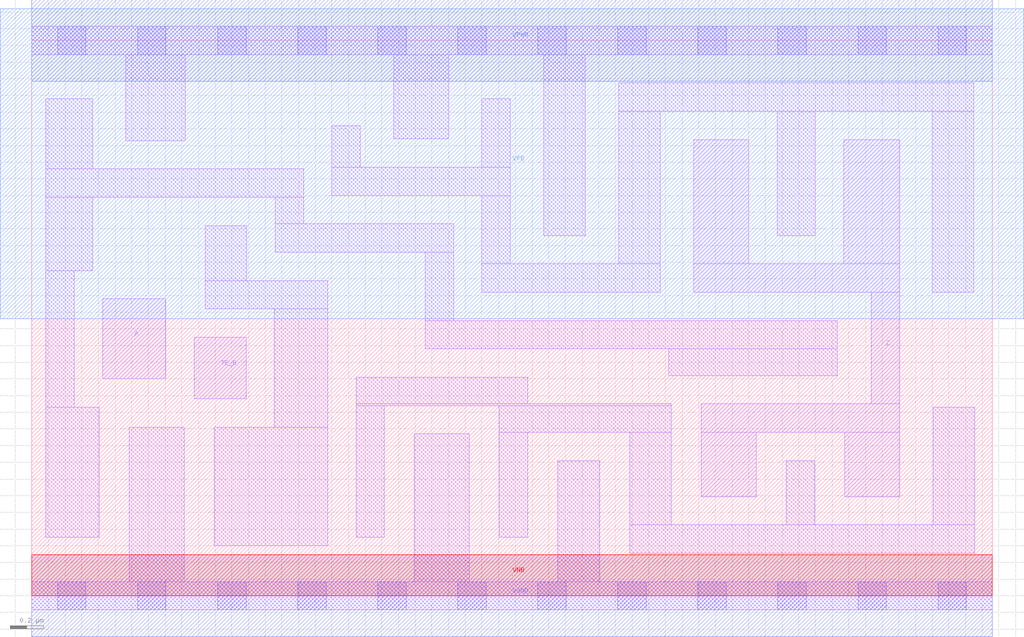
<source format=lef>
# Copyright 2020 The SkyWater PDK Authors
#
# Licensed under the Apache License, Version 2.0 (the "License");
# you may not use this file except in compliance with the License.
# You may obtain a copy of the License at
#
#     https://www.apache.org/licenses/LICENSE-2.0
#
# Unless required by applicable law or agreed to in writing, software
# distributed under the License is distributed on an "AS IS" BASIS,
# WITHOUT WARRANTIES OR CONDITIONS OF ANY KIND, either express or implied.
# See the License for the specific language governing permissions and
# limitations under the License.
#
# SPDX-License-Identifier: Apache-2.0

VERSION 5.7 ;
  NOWIREEXTENSIONATPIN ON ;
  DIVIDERCHAR "/" ;
  BUSBITCHARS "[]" ;
MACRO sky130_fd_sc_ms__ebufn_4
  CLASS CORE ;
  FOREIGN sky130_fd_sc_ms__ebufn_4 ;
  ORIGIN  0.000000  0.000000 ;
  SIZE  5.760000 BY  3.330000 ;
  SYMMETRY X Y ;
  SITE unit ;
  PIN A
    ANTENNAGATEAREA  0.312600 ;
    DIRECTION INPUT ;
    USE SIGNAL ;
    PORT
      LAYER li1 ;
        RECT 0.425000 1.300000 0.805000 1.780000 ;
    END
  END A
  PIN TE_B
    ANTENNAGATEAREA  1.119000 ;
    DIRECTION INPUT ;
    USE SIGNAL ;
    PORT
      LAYER li1 ;
        RECT 0.975000 1.180000 1.285000 1.550000 ;
    END
  END TE_B
  PIN Z
    ANTENNADIFFAREA  1.034000 ;
    DIRECTION OUTPUT ;
    USE SIGNAL ;
    PORT
      LAYER li1 ;
        RECT 3.970000 1.820000 5.205000 1.990000 ;
        RECT 3.970000 1.990000 4.300000 2.735000 ;
        RECT 4.015000 0.595000 4.345000 0.980000 ;
        RECT 4.015000 0.980000 5.205000 1.150000 ;
        RECT 4.870000 1.990000 5.205000 2.735000 ;
        RECT 4.875000 0.595000 5.205000 0.980000 ;
        RECT 5.035000 1.150000 5.205000 1.820000 ;
    END
  END Z
  PIN VGND
    DIRECTION INOUT ;
    USE GROUND ;
    PORT
      LAYER met1 ;
        RECT 0.000000 -0.245000 5.760000 0.245000 ;
    END
  END VGND
  PIN VNB
    DIRECTION INOUT ;
    USE GROUND ;
    PORT
      LAYER pwell ;
        RECT 0.000000 0.000000 5.760000 0.245000 ;
    END
  END VNB
  PIN VPB
    DIRECTION INOUT ;
    USE POWER ;
    PORT
      LAYER nwell ;
        RECT -0.190000 1.660000 5.950000 3.520000 ;
    END
  END VPB
  PIN VPWR
    DIRECTION INOUT ;
    USE POWER ;
    PORT
      LAYER met1 ;
        RECT 0.000000 3.085000 5.760000 3.575000 ;
    END
  END VPWR
  OBS
    LAYER li1 ;
      RECT 0.000000 -0.085000 5.760000 0.085000 ;
      RECT 0.000000  3.245000 5.760000 3.415000 ;
      RECT 0.085000  0.350000 0.405000 1.130000 ;
      RECT 0.085000  1.130000 0.255000 1.950000 ;
      RECT 0.085000  1.950000 0.365000 2.390000 ;
      RECT 0.085000  2.390000 1.630000 2.560000 ;
      RECT 0.085000  2.560000 0.365000 2.980000 ;
      RECT 0.565000  2.730000 0.920000 3.245000 ;
      RECT 0.585000  0.085000 0.915000 1.010000 ;
      RECT 1.040000  1.720000 1.775000 1.890000 ;
      RECT 1.040000  1.890000 1.290000 2.220000 ;
      RECT 1.095000  0.300000 1.775000 1.010000 ;
      RECT 1.455000  1.010000 1.775000 1.720000 ;
      RECT 1.460000  2.060000 2.530000 2.230000 ;
      RECT 1.460000  2.230000 1.630000 2.390000 ;
      RECT 1.800000  2.400000 2.870000 2.570000 ;
      RECT 1.800000  2.570000 1.970000 2.820000 ;
      RECT 1.945000  0.350000 2.115000 1.140000 ;
      RECT 1.945000  1.140000 3.835000 1.150000 ;
      RECT 1.945000  1.150000 2.975000 1.310000 ;
      RECT 2.170000  2.740000 2.500000 3.245000 ;
      RECT 2.295000  0.085000 2.625000 0.970000 ;
      RECT 2.360000  1.480000 4.830000 1.650000 ;
      RECT 2.360000  1.650000 2.530000 2.060000 ;
      RECT 2.700000  1.820000 3.770000 1.990000 ;
      RECT 2.700000  1.990000 2.870000 2.400000 ;
      RECT 2.700000  2.570000 2.870000 2.980000 ;
      RECT 2.805000  0.350000 2.975000 0.980000 ;
      RECT 2.805000  0.980000 3.835000 1.140000 ;
      RECT 3.070000  2.160000 3.320000 3.245000 ;
      RECT 3.155000  0.085000 3.405000 0.810000 ;
      RECT 3.520000  1.990000 3.770000 2.905000 ;
      RECT 3.520000  2.905000 5.650000 3.075000 ;
      RECT 3.585000  0.255000 5.655000 0.425000 ;
      RECT 3.585000  0.425000 3.835000 0.980000 ;
      RECT 3.820000  1.320000 4.830000 1.480000 ;
      RECT 4.470000  2.160000 4.700000 2.905000 ;
      RECT 4.525000  0.425000 4.695000 0.810000 ;
      RECT 5.400000  1.820000 5.650000 2.905000 ;
      RECT 5.405000  0.425000 5.655000 1.130000 ;
    LAYER mcon ;
      RECT 0.155000 -0.085000 0.325000 0.085000 ;
      RECT 0.155000  3.245000 0.325000 3.415000 ;
      RECT 0.635000 -0.085000 0.805000 0.085000 ;
      RECT 0.635000  3.245000 0.805000 3.415000 ;
      RECT 1.115000 -0.085000 1.285000 0.085000 ;
      RECT 1.115000  3.245000 1.285000 3.415000 ;
      RECT 1.595000 -0.085000 1.765000 0.085000 ;
      RECT 1.595000  3.245000 1.765000 3.415000 ;
      RECT 2.075000 -0.085000 2.245000 0.085000 ;
      RECT 2.075000  3.245000 2.245000 3.415000 ;
      RECT 2.555000 -0.085000 2.725000 0.085000 ;
      RECT 2.555000  3.245000 2.725000 3.415000 ;
      RECT 3.035000 -0.085000 3.205000 0.085000 ;
      RECT 3.035000  3.245000 3.205000 3.415000 ;
      RECT 3.515000 -0.085000 3.685000 0.085000 ;
      RECT 3.515000  3.245000 3.685000 3.415000 ;
      RECT 3.995000 -0.085000 4.165000 0.085000 ;
      RECT 3.995000  3.245000 4.165000 3.415000 ;
      RECT 4.475000 -0.085000 4.645000 0.085000 ;
      RECT 4.475000  3.245000 4.645000 3.415000 ;
      RECT 4.955000 -0.085000 5.125000 0.085000 ;
      RECT 4.955000  3.245000 5.125000 3.415000 ;
      RECT 5.435000 -0.085000 5.605000 0.085000 ;
      RECT 5.435000  3.245000 5.605000 3.415000 ;
  END
END sky130_fd_sc_ms__ebufn_4
END LIBRARY

</source>
